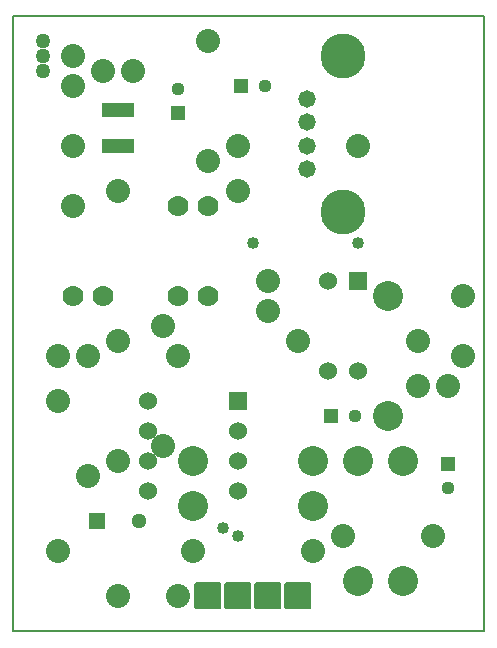
<source format=gbr>
G04 PROTEUS GERBER X2 FILE*
%TF.GenerationSoftware,Labcenter,Proteus,8.5-SP0-Build22067*%
%TF.CreationDate,2019-11-03T13:44:13+00:00*%
%TF.FileFunction,Soldermask,Top*%
%TF.FilePolarity,Negative*%
%TF.Part,Single*%
%FSLAX45Y45*%
%MOMM*%
G01*
%TA.AperFunction,Material*%
%ADD30C,1.016000*%
%AMPPAD025*
4,1,36,
-1.016000,1.143000,
1.016000,1.143000,
1.041970,1.140470,
1.065980,1.133200,
1.087580,1.121650,
1.106290,1.106290,
1.121650,1.087570,
1.133200,1.065980,
1.140470,1.041970,
1.143000,1.016000,
1.143000,-1.016000,
1.140470,-1.041970,
1.133200,-1.065980,
1.121650,-1.087570,
1.106290,-1.106290,
1.087580,-1.121650,
1.065980,-1.133200,
1.041970,-1.140470,
1.016000,-1.143000,
-1.016000,-1.143000,
-1.041970,-1.140470,
-1.065980,-1.133200,
-1.087580,-1.121650,
-1.106290,-1.106290,
-1.121650,-1.087570,
-1.133200,-1.065980,
-1.140470,-1.041970,
-1.143000,-1.016000,
-1.143000,1.016000,
-1.140470,1.041970,
-1.133200,1.065980,
-1.121650,1.087570,
-1.106290,1.106290,
-1.087580,1.121650,
-1.065980,1.133200,
-1.041970,1.140470,
-1.016000,1.143000,
0*%
%ADD31PPAD025*%
%AMPPAD026*
4,1,4,
-0.640000,0.640000,
0.640000,0.640000,
0.640000,-0.640000,
-0.640000,-0.640000,
-0.640000,0.640000,
0*%
%ADD32PPAD026*%
%ADD33C,1.280000*%
%ADD34C,1.473200*%
%ADD35C,3.810000*%
%ADD36C,2.032000*%
%ADD37C,2.540000*%
%AMPPAD032*
4,1,4,
0.560000,0.560000,
0.560000,-0.560000,
-0.560000,-0.560000,
-0.560000,0.560000,
0.560000,0.560000,
0*%
%ADD38PPAD032*%
%ADD39C,1.120000*%
%AMPPAD034*
4,1,4,
-1.346200,-0.571500,
-1.346200,0.571500,
1.346200,0.571500,
1.346200,-0.571500,
-1.346200,-0.571500,
0*%
%ADD40PPAD034*%
%AMPPAD035*
4,1,36,
-0.762000,0.635000,
-0.762000,-0.635000,
-0.759470,-0.660970,
-0.752200,-0.684980,
-0.740650,-0.706580,
-0.725290,-0.725290,
-0.706570,-0.740650,
-0.684980,-0.752200,
-0.660970,-0.759470,
-0.635000,-0.762000,
0.635000,-0.762000,
0.660970,-0.759470,
0.684980,-0.752200,
0.706570,-0.740650,
0.725290,-0.725290,
0.740650,-0.706580,
0.752200,-0.684980,
0.759470,-0.660970,
0.762000,-0.635000,
0.762000,0.635000,
0.759470,0.660970,
0.752200,0.684980,
0.740650,0.706580,
0.725290,0.725290,
0.706570,0.740650,
0.684980,0.752200,
0.660970,0.759470,
0.635000,0.762000,
-0.635000,0.762000,
-0.660970,0.759470,
-0.684980,0.752200,
-0.706570,0.740650,
-0.725290,0.725290,
-0.740650,0.706580,
-0.752200,0.684980,
-0.759470,0.660970,
-0.762000,0.635000,
0*%
%ADD41PPAD035*%
%ADD42C,1.524000*%
%AMPPAD037*
4,1,36,
0.635000,-0.762000,
-0.635000,-0.762000,
-0.660970,-0.759470,
-0.684980,-0.752200,
-0.706580,-0.740650,
-0.725290,-0.725290,
-0.740650,-0.706570,
-0.752200,-0.684980,
-0.759470,-0.660970,
-0.762000,-0.635000,
-0.762000,0.635000,
-0.759470,0.660970,
-0.752200,0.684980,
-0.740650,0.706570,
-0.725290,0.725290,
-0.706580,0.740650,
-0.684980,0.752200,
-0.660970,0.759470,
-0.635000,0.762000,
0.635000,0.762000,
0.660970,0.759470,
0.684980,0.752200,
0.706580,0.740650,
0.725290,0.725290,
0.740650,0.706570,
0.752200,0.684980,
0.759470,0.660970,
0.762000,0.635000,
0.762000,-0.635000,
0.759470,-0.660970,
0.752200,-0.684980,
0.740650,-0.706570,
0.725290,-0.725290,
0.706580,-0.740650,
0.684980,-0.752200,
0.660970,-0.759470,
0.635000,-0.762000,
0*%
%ADD43PPAD037*%
%ADD44C,1.270000*%
%ADD45C,1.778000*%
%TA.AperFunction,Profile*%
%ADD25C,0.203200*%
D30*
X+0Y-1778000D03*
X-127000Y-1714500D03*
X+1016000Y+698500D03*
X+127000Y+698500D03*
D31*
X-254000Y-2286000D03*
X+0Y-2286000D03*
X+254000Y-2286000D03*
X+508000Y-2286000D03*
D32*
X-1191000Y-1651000D03*
D33*
X-841000Y-1651000D03*
D34*
X+581660Y+1924000D03*
X+581660Y+1724000D03*
X+581660Y+1524000D03*
X+581660Y+1324000D03*
D35*
X+889000Y+2284400D03*
X+889000Y+963600D03*
D36*
X-381000Y-1905000D03*
X+635000Y-1905000D03*
D37*
X+635000Y-1143000D03*
X-381000Y-1143000D03*
X+635000Y-1524000D03*
X-381000Y-1524000D03*
X+1016000Y-2159000D03*
X+1016000Y-1143000D03*
X+1397000Y-2159000D03*
X+1397000Y-1143000D03*
D36*
X-1270000Y-254000D03*
X-1270000Y-1270000D03*
X-1016000Y-127000D03*
X-1016000Y-1143000D03*
X-635000Y+0D03*
X-635000Y-1016000D03*
X+1905000Y-254000D03*
X+1905000Y+254000D03*
X-1016000Y-2286000D03*
X-508000Y-2286000D03*
D38*
X+1778000Y-1170000D03*
D39*
X+1778000Y-1370000D03*
D38*
X+789000Y-762000D03*
D39*
X+989000Y-762000D03*
D36*
X+1524000Y-508000D03*
X+1778000Y-508000D03*
D38*
X+27000Y+2032000D03*
D39*
X+227000Y+2032000D03*
D36*
X+254000Y+127000D03*
X+254000Y+381000D03*
X-1143000Y+2159000D03*
X-889000Y+2159000D03*
X-1524000Y-1905000D03*
X-1524000Y-635000D03*
X+508000Y-127000D03*
X+1524000Y-127000D03*
D38*
X-508000Y+1805000D03*
D39*
X-508000Y+2005000D03*
D37*
X+1270000Y+254000D03*
X+1270000Y-762000D03*
D36*
X+1651000Y-1778000D03*
X+889000Y-1778000D03*
X-1397000Y+1524000D03*
X-1397000Y+2286000D03*
D40*
X-1016000Y+1524000D03*
X-1016000Y+1824000D03*
D41*
X+0Y-635000D03*
D42*
X+0Y-889000D03*
X+0Y-1143000D03*
X+0Y-1397000D03*
X-762000Y-1397000D03*
X-762000Y-1143000D03*
X-762000Y-889000D03*
X-762000Y-635000D03*
D36*
X-508000Y-254000D03*
X-1524000Y-254000D03*
X+1016000Y+1524000D03*
X+0Y+1524000D03*
X+0Y+1143000D03*
X-1016000Y+1143000D03*
X-254000Y+2413000D03*
X-254000Y+1397000D03*
X-1397000Y+2032000D03*
X-1397000Y+1016000D03*
D43*
X+1016000Y+381000D03*
D42*
X+762000Y+381000D03*
X+762000Y-381000D03*
X+1016000Y-381000D03*
D44*
X-1651000Y+2159000D03*
X-1651000Y+2286000D03*
X-1651000Y+2413000D03*
D45*
X-508000Y+1016000D03*
X-254000Y+1016000D03*
X-1143000Y+254000D03*
X-1397000Y+254000D03*
X-254000Y+254000D03*
X-508000Y+254000D03*
D25*
X-1904000Y-2587000D02*
X+2085000Y-2587000D01*
X+2085000Y+2620000D01*
X-1904000Y+2620000D01*
X-1904000Y-2587000D01*
M02*

</source>
